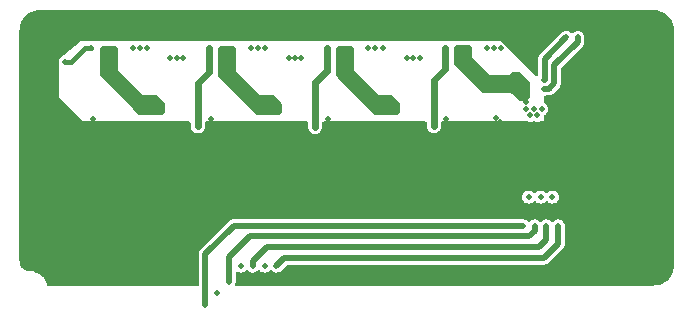
<source format=gbr>
G04 #@! TF.GenerationSoftware,KiCad,Pcbnew,(6.0.4)*
G04 #@! TF.CreationDate,2022-07-06T17:35:23+08:00*
G04 #@! TF.ProjectId,MP2145S_EVB,4d503231-3435-4535-9f45-56422e6b6963,rev?*
G04 #@! TF.SameCoordinates,PX5e56640PY77750e0*
G04 #@! TF.FileFunction,Copper,L3,Inr*
G04 #@! TF.FilePolarity,Positive*
%FSLAX46Y46*%
G04 Gerber Fmt 4.6, Leading zero omitted, Abs format (unit mm)*
G04 Created by KiCad (PCBNEW (6.0.4)) date 2022-07-06 17:35:23*
%MOMM*%
%LPD*%
G01*
G04 APERTURE LIST*
G04 #@! TA.AperFunction,ViaPad*
%ADD10C,0.500000*%
G04 #@! TD*
G04 #@! TA.AperFunction,Conductor*
%ADD11C,0.600000*%
G04 #@! TD*
G04 #@! TA.AperFunction,Conductor*
%ADD12C,0.450000*%
G04 #@! TD*
G04 #@! TA.AperFunction,Conductor*
%ADD13C,0.500000*%
G04 #@! TD*
G04 APERTURE END LIST*
D10*
G04 #@! TO.N,GND*
X11690000Y29590000D03*
X10690000Y29590000D03*
X65390000Y29490000D03*
X64390000Y29490000D03*
X57429999Y14305001D03*
X57970000Y15005000D03*
X56870000Y15005001D03*
X56880000Y14305001D03*
X57980000Y14305000D03*
X57419999Y15005001D03*
X57970000Y13605000D03*
X57419999Y13605001D03*
X56880000Y12905001D03*
X57980000Y12905000D03*
X56870000Y13605001D03*
X57429999Y12905001D03*
X58680000Y12905001D03*
X59219999Y13605001D03*
X59770000Y13605000D03*
X59780000Y12905000D03*
X58670000Y13605001D03*
X59229999Y12905001D03*
X59219999Y15005001D03*
X59780000Y14305000D03*
X59229999Y14305001D03*
X58670000Y15005001D03*
X59770000Y15005000D03*
X58680000Y14305001D03*
X57075000Y26693334D03*
X57750000Y26693334D03*
X56400000Y26703334D03*
X57065000Y25916668D03*
X56390001Y25926668D03*
X57740000Y25916668D03*
X56390000Y25150000D03*
X57065000Y25140000D03*
X57740000Y25140000D03*
X13160000Y33320000D03*
X14160000Y33320000D03*
X15160000Y33320000D03*
X16160000Y33320000D03*
X17160000Y33320000D03*
X18160000Y33320000D03*
X19160000Y33320000D03*
X20160000Y33320000D03*
X21160000Y33320000D03*
X22160000Y33320000D03*
X23160000Y33320000D03*
X24160000Y33320000D03*
X25160000Y33320000D03*
X26160000Y33320000D03*
X27160000Y33320000D03*
X28160000Y33320000D03*
X29160000Y33320000D03*
X30160000Y33320000D03*
X31160000Y33320000D03*
X32160000Y33320000D03*
X33160000Y33320000D03*
X34160000Y33320000D03*
X35160000Y33320000D03*
X36160000Y33320000D03*
X37160000Y33320000D03*
X38160000Y33320000D03*
X39160000Y33320000D03*
X40160000Y33320000D03*
X41160000Y33320000D03*
X42160000Y33320000D03*
X43160000Y33320000D03*
X44160000Y33320000D03*
X45160000Y33320000D03*
X46160000Y33320000D03*
X47160000Y33320000D03*
X48160000Y33320000D03*
X49160000Y33320000D03*
X50160000Y33320000D03*
X51160000Y33320000D03*
X52160000Y33320000D03*
X53160000Y33320000D03*
X54160000Y33320000D03*
X55160000Y33320000D03*
X56160000Y33320000D03*
X57160000Y33320000D03*
X58160000Y33320000D03*
X59160000Y33320000D03*
X60160000Y33320000D03*
X61160000Y33320000D03*
X12290000Y32130000D03*
X13160000Y32320000D03*
X14160000Y32320000D03*
X15160000Y32320000D03*
X16160000Y32320000D03*
X17160000Y32320000D03*
X18160000Y32320000D03*
X19160000Y32320000D03*
X20160000Y32320000D03*
X21160000Y32320000D03*
X22160000Y32320000D03*
X23160000Y32320000D03*
X24160000Y32320000D03*
X25160000Y32320000D03*
X26160000Y32320000D03*
X27160000Y32320000D03*
X28160000Y32320000D03*
X29160000Y32320000D03*
X30160000Y32320000D03*
X31160000Y32320000D03*
X32160000Y32320000D03*
X33160000Y32320000D03*
X34160000Y32320000D03*
X35160000Y32320000D03*
X36160000Y32320000D03*
X37160000Y32320000D03*
X38160000Y32320000D03*
X39160000Y32320000D03*
X40160000Y32320000D03*
X41160000Y32320000D03*
X42160000Y32320000D03*
X43160000Y32320000D03*
X44160000Y32320000D03*
X45160000Y32320000D03*
X46160000Y32320000D03*
X47160000Y32320000D03*
X48160000Y32320000D03*
X49160000Y32320000D03*
X50160000Y32320000D03*
X51160000Y32320000D03*
X52160000Y32320000D03*
X53160000Y32320000D03*
X54160000Y32320000D03*
X55160000Y32320000D03*
X56160000Y32320000D03*
X57160000Y32320000D03*
X58160000Y32320000D03*
X59160000Y32320000D03*
X60160000Y32320000D03*
X61160000Y32320000D03*
X62160000Y32320000D03*
X62160000Y33320000D03*
X63160000Y32320000D03*
X63160000Y33320000D03*
X63860000Y32050000D03*
X64160000Y33320000D03*
X11300000Y33020000D03*
X10670000Y31600000D03*
X11780000Y31470000D03*
X10690000Y30590000D03*
X11690000Y30590000D03*
X10690000Y28590000D03*
X11690000Y28590000D03*
X10690000Y27590000D03*
X11690000Y27590000D03*
X10690000Y26590000D03*
X11690000Y26590000D03*
X10690000Y25590000D03*
X11690000Y25590000D03*
X10690000Y24590000D03*
X11690000Y24590000D03*
X10690000Y23590000D03*
X11690000Y23590000D03*
X10690000Y22590000D03*
X11690000Y22590000D03*
X10690000Y21590000D03*
X11690000Y21590000D03*
X10690000Y20590000D03*
X11690000Y20590000D03*
X10690000Y19590000D03*
X11690000Y19590000D03*
X10690000Y18590000D03*
X11690000Y18590000D03*
X10690000Y17590000D03*
X11690000Y17590000D03*
X10690000Y16590000D03*
X11690000Y16590000D03*
X10690000Y15590000D03*
X11690000Y15590000D03*
X10690000Y14590000D03*
X11690000Y14590000D03*
X10690000Y13590000D03*
X11690000Y13590000D03*
X10690000Y12590000D03*
X11690000Y12590000D03*
X11690000Y11590000D03*
X41690000Y11590000D03*
X42690000Y11590000D03*
X43690000Y11590000D03*
X44690000Y11590000D03*
X45690000Y11590000D03*
X46690000Y11590000D03*
X47690000Y11590000D03*
X48690000Y11590000D03*
X49690000Y11590000D03*
X50690000Y11590000D03*
X51690000Y11590000D03*
X52690000Y11590000D03*
X53690000Y11590000D03*
X54690000Y11590000D03*
X55690000Y11590000D03*
X56690000Y11590000D03*
X57690000Y11590000D03*
X58690000Y11590000D03*
X59690000Y11590000D03*
X60690000Y11590000D03*
X61690000Y11590000D03*
X62690000Y11590000D03*
X63600000Y11860000D03*
X33690000Y10590000D03*
X34690000Y10590000D03*
X35690000Y10590000D03*
X36690000Y10590000D03*
X37690000Y10590000D03*
X38690000Y10590000D03*
X39690000Y10590000D03*
X40690000Y10590000D03*
X41690000Y10590000D03*
X42690000Y10590000D03*
X43690000Y10590000D03*
X44690000Y10590000D03*
X45690000Y10590000D03*
X46690000Y10590000D03*
X47690000Y10590000D03*
X48690000Y10590000D03*
X49690000Y10590000D03*
X50690000Y10590000D03*
X51690000Y10590000D03*
X52690000Y10590000D03*
X53690000Y10590000D03*
X54690000Y10590000D03*
X55690000Y10590000D03*
X56690000Y10590000D03*
X57690000Y10590000D03*
X58690000Y10590000D03*
X59690000Y10590000D03*
X60690000Y10590000D03*
X61690000Y10590000D03*
X62690000Y10590000D03*
X63690000Y10590000D03*
X64870000Y32980000D03*
X64290000Y31450000D03*
X65380000Y31520000D03*
X64390000Y30490000D03*
X65380000Y30500000D03*
X64390000Y28490000D03*
X65390000Y28490000D03*
X64390000Y27490000D03*
X65390000Y27490000D03*
X64390000Y26490000D03*
X65390000Y26490000D03*
X64390000Y25490000D03*
X65390000Y25490000D03*
X64390000Y24490000D03*
X65390000Y24490000D03*
X64390000Y23490000D03*
X65390000Y23490000D03*
X64390000Y22490000D03*
X65390000Y22490000D03*
X64390000Y21490000D03*
X65390000Y21490000D03*
X64390000Y20490000D03*
X65390000Y20490000D03*
X64390000Y19490000D03*
X65390000Y19490000D03*
X64390000Y18490000D03*
X65390000Y18490000D03*
X64390000Y17490000D03*
X65390000Y17490000D03*
X64390000Y16490000D03*
X65390000Y16490000D03*
X64390000Y15490000D03*
X65390000Y15490000D03*
X64390000Y14490000D03*
X65390000Y14490000D03*
X64390000Y13490000D03*
X65390000Y13490000D03*
X64210000Y12480000D03*
X65390000Y12550000D03*
X65320000Y11760000D03*
X64440000Y10700000D03*
X21660000Y32820000D03*
X36660000Y32820000D03*
X52660000Y32820000D03*
X53660000Y32820000D03*
X54660000Y32820000D03*
X59660000Y32820000D03*
X43660000Y32820000D03*
X44660000Y32820000D03*
X48660000Y32820000D03*
X19660000Y32820000D03*
X51660000Y32820000D03*
X28660000Y32820000D03*
X56660000Y32820000D03*
X22660000Y32820000D03*
X37660000Y32820000D03*
X27660000Y32820000D03*
X55660000Y32820000D03*
X39660000Y32820000D03*
X46660000Y32820000D03*
X50660000Y32820000D03*
X31660000Y32820000D03*
X20660000Y32820000D03*
X23660000Y32820000D03*
X34660000Y32820000D03*
X32660000Y32820000D03*
X29660000Y32820000D03*
X57660000Y32820000D03*
X61660000Y32820000D03*
X45660000Y32820000D03*
X49660000Y32820000D03*
X41660000Y32820000D03*
X18660000Y32820000D03*
X60660000Y32820000D03*
X30660000Y32820000D03*
X42660000Y32820000D03*
X24660000Y32820000D03*
X58660000Y32820000D03*
X40660000Y32820000D03*
X33660000Y32820000D03*
X25660000Y32820000D03*
X35660000Y32820000D03*
X26660000Y32820000D03*
X38660000Y32820000D03*
X47660000Y32820000D03*
X62660000Y32820000D03*
X63660000Y32820000D03*
X64370000Y32530000D03*
X12590000Y32770000D03*
X13660000Y32820000D03*
X14660000Y32820000D03*
X15660000Y32820000D03*
X16660000Y32820000D03*
X17660000Y32820000D03*
X64770000Y31920000D03*
X64890000Y31060000D03*
X64900000Y29990000D03*
X64890000Y17980000D03*
X64890000Y13980000D03*
X64100000Y11360000D03*
X64890000Y27980000D03*
X64890000Y21980000D03*
X64890000Y25980000D03*
X64890000Y20980000D03*
X64890000Y15980000D03*
X64820000Y12910000D03*
X64890000Y14980000D03*
X64890000Y24980000D03*
X64890000Y23980000D03*
X64890000Y19980000D03*
X64890000Y16980000D03*
X64890000Y22980000D03*
X64890000Y18980000D03*
X64890000Y26980000D03*
X64890000Y28980000D03*
X10850000Y32400000D03*
X11190000Y27110000D03*
X11190000Y20110000D03*
X11190000Y29110000D03*
X11190000Y19110000D03*
X11190000Y31110000D03*
X11190000Y28110000D03*
X11190000Y26110000D03*
X11190000Y24110000D03*
X11190000Y23110000D03*
X11190000Y22110000D03*
X11190000Y21110000D03*
X11190000Y25110000D03*
X11190000Y15110000D03*
X11190000Y13110000D03*
X11190000Y14110000D03*
X11190000Y17110000D03*
X11190000Y18110000D03*
X11190000Y16110000D03*
X11190000Y30110000D03*
X11190000Y12090000D03*
X47210000Y11080000D03*
X54210000Y11080000D03*
X41210000Y11080000D03*
X43210000Y11080000D03*
X62210000Y11080000D03*
X55210000Y11080000D03*
X48210000Y11080000D03*
X61210000Y11080000D03*
X49210000Y11080000D03*
X51210000Y11080000D03*
X58210000Y11080000D03*
X57210000Y11080000D03*
X56210000Y11080000D03*
X50210000Y11080000D03*
X42210000Y11080000D03*
X44210000Y11080000D03*
X45210000Y11080000D03*
X46210000Y11080000D03*
X60210000Y11080000D03*
X53210000Y11080000D03*
X59210000Y11080000D03*
X63210000Y11080000D03*
X52210000Y11080000D03*
X11800000Y32570000D03*
X11360000Y31990000D03*
X65310000Y32360000D03*
X64650000Y11940000D03*
X64980000Y11120000D03*
X57019999Y18505001D03*
X57570000Y18505000D03*
X56470000Y18505001D03*
X57029999Y17805001D03*
X56480000Y17805001D03*
X57580000Y17805000D03*
X57019999Y19895001D03*
X56480000Y19195001D03*
X56470000Y19895001D03*
X57570000Y19895000D03*
X57580000Y19195000D03*
X57029999Y19195001D03*
X55279999Y19895001D03*
X54740000Y19195001D03*
X55840000Y19195000D03*
X55830000Y19895000D03*
X54730000Y19895001D03*
X55289999Y19195001D03*
X53590000Y19195001D03*
X54139999Y19195001D03*
X53580000Y19895001D03*
X54129999Y19895001D03*
X36430000Y24410000D03*
X26480000Y24410000D03*
X46450000Y24380000D03*
X16520000Y24390000D03*
X43650000Y29550000D03*
X43120000Y29550000D03*
X20490000Y30430000D03*
X21090000Y30430000D03*
X19890000Y30430000D03*
X31110000Y30430000D03*
X29910000Y30430000D03*
X30510000Y30430000D03*
X40440000Y30430000D03*
X41040000Y30430000D03*
X39840000Y30430000D03*
X51050000Y30430000D03*
X50450000Y30430000D03*
X49850000Y30430000D03*
X44180000Y29550000D03*
X33630000Y29550000D03*
X33100000Y29550000D03*
X34160000Y29550000D03*
X23610000Y29550000D03*
X23080000Y29550000D03*
X24140000Y29550000D03*
X51440000Y23790000D03*
X17140000Y23810000D03*
X16520000Y23810000D03*
X17750000Y23810000D03*
X18380000Y23810000D03*
X26480000Y23800000D03*
X27710000Y23800000D03*
X27100000Y23800000D03*
X28340000Y23800000D03*
X36430000Y23810000D03*
X37660000Y23810000D03*
X38290000Y23810000D03*
X37050000Y23810000D03*
X46450000Y23820000D03*
X48310000Y23820000D03*
X47680000Y23820000D03*
X47070000Y23820000D03*
X50620000Y24510000D03*
X51010000Y24130000D03*
X56390001Y27480000D03*
X57075000Y29075000D03*
X57740000Y27470000D03*
X57065000Y27470000D03*
X12160000Y33320000D03*
G04 #@! TO.N,5V*
X53845000Y25250000D03*
X54500000Y25250000D03*
X53550000Y24700000D03*
X20470000Y25720000D03*
X52625000Y26800000D03*
X53175000Y25866668D03*
X53175000Y25250000D03*
X54150000Y24700000D03*
X21070000Y25720000D03*
X21670000Y25720000D03*
X22270000Y25720000D03*
X20470000Y25120000D03*
X21070000Y25120000D03*
X21670000Y25120000D03*
X22270000Y25120000D03*
X30390000Y25700000D03*
X30390000Y25100000D03*
X30990000Y25700000D03*
X31590000Y25700000D03*
X32190000Y25100000D03*
X32190000Y25700000D03*
X31590000Y25100000D03*
X30990000Y25100000D03*
X40460000Y25100000D03*
X42260000Y25700000D03*
X41060000Y25100000D03*
X41660000Y25700000D03*
X41060000Y25700000D03*
X41660000Y25100000D03*
X42260000Y25100000D03*
X40460000Y25700000D03*
X39870000Y25700000D03*
X29780000Y25700000D03*
X19850000Y25730000D03*
X20190000Y26630000D03*
X30070000Y26610000D03*
X40180000Y26650000D03*
X53175000Y27100000D03*
X52325000Y27350000D03*
X53175000Y26483334D03*
X52000000Y26800000D03*
X28260000Y30360000D03*
X27340000Y30360000D03*
X38250000Y30350000D03*
X37330000Y30350000D03*
X47320000Y30380000D03*
X48240000Y30380000D03*
X18280000Y30320000D03*
X17360000Y30320000D03*
G04 #@! TO.N,1.2V*
X14160000Y29190000D03*
X16340000Y30380000D03*
G04 #@! TO.N,1.5V*
X26350000Y30380000D03*
X25385000Y23775000D03*
G04 #@! TO.N,2.5V*
X36320000Y30380000D03*
X35335000Y23755000D03*
G04 #@! TO.N,3.3V*
X46290000Y30380000D03*
X45380000Y23780000D03*
G04 #@! TO.N,Net-(C3-Pad1)*
X56600000Y31300000D03*
X54700000Y27700000D03*
G04 #@! TO.N,Net-(R34-Pad2)*
X57560000Y31300000D03*
X54700000Y26940000D03*
G04 #@! TO.N,REG_EN2*
X52925000Y15350000D03*
X26050000Y8690000D03*
G04 #@! TO.N,REG_EN1*
X53420000Y17785000D03*
X27050000Y9630000D03*
G04 #@! TO.N,REG_CHG*
X28043332Y10610000D03*
X53920000Y15345000D03*
G04 #@! TO.N,REG_POWER*
X29044998Y11945000D03*
X54420000Y17785000D03*
G04 #@! TO.N,BAT_ISET*
X30046664Y11945000D03*
X54920000Y15345000D03*
G04 #@! TO.N,BAT_PG*
X31048330Y11945000D03*
X55420000Y17785000D03*
G04 #@! TO.N,BAT_CHG*
X55920000Y15345000D03*
X32060000Y11945000D03*
G04 #@! TD*
D11*
G04 #@! TO.N,5V*
X17830000Y30210000D02*
X17830000Y28060000D01*
X27780000Y30250000D02*
X27780000Y28100000D01*
X52400000Y27680000D02*
X53050000Y27030000D01*
X52280000Y27320000D02*
X52930000Y26670000D01*
X37850000Y28130000D02*
X40660000Y25320000D01*
X37730000Y30190000D02*
X37730000Y28010000D01*
X27880000Y28220000D02*
X30660000Y25440000D01*
X22030000Y25630000D02*
X20220000Y25630000D01*
X17770000Y28410000D02*
X20610000Y25570000D01*
X22270000Y25110000D02*
X22270000Y25630000D01*
X52090000Y26890000D02*
X52090000Y28090000D01*
X20590000Y26150000D02*
X20220000Y26520000D01*
X28260000Y30360000D02*
X27340000Y30360000D01*
X52710000Y26270000D02*
X52090000Y26890000D01*
X37330000Y30350000D02*
X37330000Y28170000D01*
X40400000Y25100000D02*
X40140000Y25360000D01*
X53170000Y27440000D02*
X53190000Y27440000D01*
X30380000Y25100000D02*
X30120000Y25360000D01*
X21730000Y26150000D02*
X21750000Y26150000D01*
X32190000Y25620000D02*
X31040000Y25620000D01*
X41670000Y26140000D02*
X41690000Y26140000D01*
X53120000Y26270000D02*
X52710000Y26270000D01*
X31650000Y26140000D02*
X30520000Y26140000D01*
X18280000Y30320000D02*
X17360000Y30320000D01*
X49880000Y27900000D02*
X51900000Y27900000D01*
X37330000Y28170000D02*
X40140000Y25360000D01*
X52080000Y26900000D02*
X52090000Y26890000D01*
X52090000Y28090000D02*
X52540000Y28090000D01*
X41690000Y26140000D02*
X42210000Y25620000D01*
X18280000Y30320000D02*
X18280000Y28460000D01*
X42210000Y25620000D02*
X41060000Y25620000D01*
X32190000Y25100000D02*
X32190000Y25620000D01*
X18280000Y28460000D02*
X20220000Y26520000D01*
X31670000Y26140000D02*
X32190000Y25620000D01*
X20200000Y25390000D02*
X20200000Y25370000D01*
X21750000Y26150000D02*
X22270000Y25630000D01*
X17360000Y28230000D02*
X20200000Y25390000D01*
X30120000Y25380000D02*
X30120000Y25360000D01*
X47320000Y30380000D02*
X47320000Y29150000D01*
X49520000Y27490000D02*
X52090000Y27490000D01*
X28260000Y28400000D02*
X30140000Y26520000D01*
X21730000Y26150000D02*
X20590000Y26150000D01*
X51900000Y27900000D02*
X52090000Y28090000D01*
X28260000Y30360000D02*
X28260000Y28400000D01*
X47750000Y30350000D02*
X47750000Y29260000D01*
X20460000Y25110000D02*
X20200000Y25370000D01*
X42210000Y25100000D02*
X40400000Y25100000D01*
X30520000Y26140000D02*
X30140000Y26520000D01*
X22270000Y25110000D02*
X20460000Y25110000D01*
X53190000Y27440000D02*
X53190000Y26340000D01*
X41670000Y26140000D02*
X40540000Y26140000D01*
X49570000Y26900000D02*
X52080000Y26900000D01*
X47320000Y29150000D02*
X49570000Y26900000D01*
X47750000Y29260000D02*
X49520000Y27490000D01*
X40540000Y26140000D02*
X40160000Y26520000D01*
X42210000Y25100000D02*
X42210000Y25620000D01*
X48240000Y29540000D02*
X49880000Y27900000D01*
X47320000Y30380000D02*
X48240000Y30380000D01*
X32190000Y25100000D02*
X30380000Y25100000D01*
X41060000Y25620000D02*
X40160000Y26520000D01*
X37330000Y30350000D02*
X38250000Y30350000D01*
X48240000Y30380000D02*
X48240000Y29540000D01*
X31650000Y26140000D02*
X31670000Y26140000D01*
X40160000Y26520000D02*
X38250000Y28430000D01*
X27340000Y30360000D02*
X27340000Y28160000D01*
X17360000Y30320000D02*
X17360000Y28230000D01*
X38250000Y28430000D02*
X38250000Y30350000D01*
X52540000Y28090000D02*
X53190000Y27440000D01*
X53190000Y26340000D02*
X53120000Y26270000D01*
X27340000Y28160000D02*
X30120000Y25380000D01*
X31040000Y25620000D02*
X30140000Y26520000D01*
D12*
G04 #@! TO.N,1.2V*
X14665000Y29190000D02*
X14160000Y29190000D01*
X16340000Y30380000D02*
X15855000Y30380000D01*
X15855000Y30380000D02*
X14665000Y29190000D01*
D11*
G04 #@! TO.N,1.5V*
X25385000Y27435000D02*
X25385000Y23775000D01*
X26350000Y28400000D02*
X25385000Y27435000D01*
X26350000Y30380000D02*
X26350000Y28400000D01*
G04 #@! TO.N,2.5V*
X36320000Y30380000D02*
X36320000Y28490000D01*
X36320000Y28490000D02*
X35335000Y27505000D01*
X35335000Y27505000D02*
X35335000Y23755000D01*
G04 #@! TO.N,3.3V*
X46290000Y28640000D02*
X45380000Y27730000D01*
X45380000Y27730000D02*
X45380000Y23780000D01*
X46290000Y30380000D02*
X46290000Y28640000D01*
D13*
G04 #@! TO.N,Net-(C3-Pad1)*
X54760000Y29460000D02*
X54760000Y27710000D01*
X56600000Y31300000D02*
X54760000Y29460000D01*
X54760000Y27710000D02*
X54750000Y27700000D01*
G04 #@! TO.N,Net-(R34-Pad2)*
X57560000Y30920000D02*
X57560000Y31300000D01*
X55110000Y26940000D02*
X55580000Y27410000D01*
X55580000Y27410000D02*
X55580000Y28940000D01*
X54740000Y26940000D02*
X55110000Y26940000D01*
X55580000Y28940000D02*
X57560000Y30920000D01*
G04 #@! TO.N,REG_EN2*
X52925000Y15350000D02*
X28425000Y15350000D01*
X28425000Y15350000D02*
X26050000Y12975000D01*
X26050000Y12975000D02*
X26050000Y8690000D01*
G04 #@! TO.N,REG_CHG*
X53920000Y15345000D02*
X53920000Y14945000D01*
X28043332Y12693332D02*
X28043332Y10610000D01*
X53920000Y14945000D02*
X53425000Y14450000D01*
X53425000Y14450000D02*
X29800000Y14450000D01*
X29800000Y14450000D02*
X28043332Y12693332D01*
G04 #@! TO.N,BAT_ISET*
X54920000Y14170000D02*
X54275000Y13525000D01*
X30046664Y12356664D02*
X30046664Y11945000D01*
X54920000Y15345000D02*
X54920000Y14170000D01*
X31215000Y13525000D02*
X30046664Y12356664D01*
X54275000Y13525000D02*
X31215000Y13525000D01*
G04 #@! TO.N,BAT_CHG*
X54700000Y12625000D02*
X32725000Y12625000D01*
X55920000Y15345000D02*
X55920000Y13845000D01*
X32725000Y12625000D02*
X32050000Y11950000D01*
X55920000Y13845000D02*
X54700000Y12625000D01*
G04 #@! TD*
G04 #@! TA.AperFunction,Conductor*
G04 #@! TO.N,GND*
G36*
X63984563Y33638210D02*
G01*
X63989145Y33637402D01*
X64000000Y33635488D01*
X64010855Y33637402D01*
X64021878Y33637402D01*
X64021878Y33637037D01*
X64034237Y33637675D01*
X64232962Y33623462D01*
X64250756Y33620904D01*
X64470179Y33573172D01*
X64487418Y33568110D01*
X64697823Y33489633D01*
X64714167Y33482168D01*
X64911251Y33374552D01*
X64926370Y33364835D01*
X65106133Y33230266D01*
X65119719Y33218493D01*
X65278493Y33059719D01*
X65290266Y33046133D01*
X65424835Y32866370D01*
X65434554Y32851247D01*
X65542166Y32654171D01*
X65549633Y32637823D01*
X65604134Y32491702D01*
X65628108Y32427424D01*
X65633173Y32410174D01*
X65680904Y32190756D01*
X65683462Y32172962D01*
X65697675Y31974237D01*
X65697038Y31961881D01*
X65697402Y31961881D01*
X65697402Y31950857D01*
X65695488Y31940000D01*
X65698210Y31924566D01*
X65700124Y31902690D01*
X65699849Y23149318D01*
X65699501Y12037321D01*
X65697587Y12015447D01*
X65696778Y12010859D01*
X65696778Y12010854D01*
X65694864Y12000000D01*
X65696778Y11989145D01*
X65696778Y11978122D01*
X65696413Y11978122D01*
X65697051Y11965764D01*
X65683489Y11776130D01*
X65682838Y11767034D01*
X65680280Y11749248D01*
X65633664Y11534955D01*
X65632550Y11529835D01*
X65627486Y11512586D01*
X65616304Y11482607D01*
X65581993Y11390614D01*
X65549011Y11302187D01*
X65541544Y11285839D01*
X65529278Y11263375D01*
X65433930Y11088759D01*
X65424213Y11073640D01*
X65290883Y10895532D01*
X65289646Y10893880D01*
X65277873Y10880293D01*
X65119092Y10721515D01*
X65105505Y10709742D01*
X64925748Y10575179D01*
X64910625Y10565460D01*
X64713541Y10457846D01*
X64697188Y10450378D01*
X64486799Y10371909D01*
X64469557Y10366847D01*
X64295569Y10329000D01*
X64250135Y10319117D01*
X64232341Y10316559D01*
X64199608Y10314218D01*
X64033520Y10302342D01*
X64021259Y10302974D01*
X64021259Y10302598D01*
X64010235Y10302598D01*
X63999380Y10304512D01*
X63983943Y10301790D01*
X63962071Y10299877D01*
X47283607Y10300210D01*
X32752372Y10300500D01*
X32740818Y10301065D01*
X32729832Y10304246D01*
X32695017Y10301231D01*
X32692014Y10300971D01*
X32681143Y10300501D01*
X32672058Y10300501D01*
X32665477Y10299275D01*
X32653284Y10297616D01*
X32647420Y10297108D01*
X32629894Y10295591D01*
X32629892Y10295591D01*
X32618304Y10294587D01*
X32607855Y10289479D01*
X32604565Y10288567D01*
X32601386Y10287340D01*
X32589953Y10285211D01*
X32560040Y10266773D01*
X32549287Y10260850D01*
X32532816Y10252799D01*
X32477486Y10240000D01*
X28676951Y10240000D01*
X28608830Y10260002D01*
X28562337Y10313658D01*
X28552233Y10383932D01*
X28555951Y10401140D01*
X28561712Y10420970D01*
X28566296Y10434022D01*
X28576502Y10458661D01*
X28576503Y10458664D01*
X28579662Y10466291D01*
X28582376Y10486902D01*
X28586300Y10505602D01*
X28593047Y10528825D01*
X28593832Y10539515D01*
X28593832Y10565662D01*
X28594910Y10582109D01*
X28597504Y10601812D01*
X28597504Y10601814D01*
X28598582Y10610000D01*
X28594910Y10637891D01*
X28593832Y10654338D01*
X28593832Y11347450D01*
X28613834Y11415571D01*
X28667490Y11462064D01*
X28737764Y11472168D01*
X28768047Y11463860D01*
X28901289Y11408670D01*
X29044998Y11389750D01*
X29188707Y11408670D01*
X29322623Y11464139D01*
X29437619Y11552379D01*
X29445871Y11563133D01*
X29503210Y11604998D01*
X29574081Y11609218D01*
X29635983Y11574452D01*
X29645795Y11563128D01*
X29649017Y11558929D01*
X29654043Y11552379D01*
X29658536Y11548931D01*
X29659304Y11548079D01*
X29660871Y11546608D01*
X29666278Y11539930D01*
X29717632Y11503435D01*
X29718410Y11502882D01*
X29722106Y11500152D01*
X29769039Y11464139D01*
X29776275Y11461141D01*
X29780464Y11458452D01*
X29782219Y11457535D01*
X29789222Y11452558D01*
X29797305Y11449648D01*
X29797307Y11449647D01*
X29845874Y11432162D01*
X29851411Y11430020D01*
X29865626Y11424132D01*
X29902955Y11408670D01*
X29911146Y11407591D01*
X29917682Y11405840D01*
X29920877Y11404838D01*
X29923053Y11404376D01*
X29931132Y11401467D01*
X29961010Y11399273D01*
X29987529Y11397325D01*
X29994746Y11396585D01*
X30028677Y11392118D01*
X30046664Y11389750D01*
X30054852Y11390828D01*
X30063112Y11390828D01*
X30063112Y11390529D01*
X30066083Y11390614D01*
X30072992Y11391049D01*
X30081555Y11390420D01*
X30093117Y11392751D01*
X30133409Y11400875D01*
X30141865Y11402283D01*
X30182188Y11407592D01*
X30182190Y11407593D01*
X30190373Y11408670D01*
X30197999Y11411829D01*
X30202686Y11413085D01*
X30219746Y11418285D01*
X30229407Y11420233D01*
X30273309Y11442602D01*
X30282294Y11446744D01*
X30316655Y11460977D01*
X30324289Y11464139D01*
X30332321Y11470302D01*
X30351818Y11482604D01*
X30363796Y11488707D01*
X30370119Y11494521D01*
X30370123Y11494524D01*
X30397423Y11519627D01*
X30406003Y11526839D01*
X30432729Y11547347D01*
X30432735Y11547353D01*
X30439285Y11552379D01*
X30447538Y11563134D01*
X30504872Y11604998D01*
X30575743Y11609220D01*
X30637646Y11574456D01*
X30647454Y11563137D01*
X30655709Y11552379D01*
X30770705Y11464139D01*
X30904621Y11408670D01*
X31048330Y11389750D01*
X31192039Y11408670D01*
X31325955Y11464139D01*
X31440951Y11552379D01*
X31452624Y11567592D01*
X31509961Y11609458D01*
X31580832Y11613679D01*
X31642735Y11578914D01*
X31647959Y11573225D01*
X31682524Y11533181D01*
X31706515Y11517242D01*
X31752554Y11486654D01*
X31759516Y11481679D01*
X31782375Y11464139D01*
X31790007Y11460978D01*
X31795693Y11457695D01*
X31800538Y11454691D01*
X31800999Y11454468D01*
X31808153Y11449715D01*
X31845418Y11437606D01*
X31854693Y11434184D01*
X31888375Y11420233D01*
X31916291Y11408670D01*
X31924476Y11407592D01*
X31924477Y11407592D01*
X31946860Y11404645D01*
X31946738Y11403721D01*
X31949246Y11403870D01*
X31951598Y11403106D01*
X31960174Y11402746D01*
X31962082Y11402403D01*
X31967360Y11401946D01*
X32051812Y11390828D01*
X32060000Y11389750D01*
X32203709Y11408670D01*
X32337625Y11464139D01*
X32452621Y11552379D01*
X32496420Y11609458D01*
X32519214Y11639164D01*
X32530080Y11651555D01*
X32916119Y12037595D01*
X32978432Y12071620D01*
X33005215Y12074500D01*
X54685007Y12074500D01*
X54690284Y12074389D01*
X54752294Y12071790D01*
X54763848Y12074500D01*
X54794662Y12081727D01*
X54806333Y12083890D01*
X54821229Y12085931D01*
X54849432Y12089794D01*
X54863230Y12095765D01*
X54884499Y12102799D01*
X54890775Y12104271D01*
X54899136Y12106232D01*
X54906661Y12110369D01*
X54906664Y12110370D01*
X54937268Y12127195D01*
X54947913Y12132411D01*
X54987855Y12149695D01*
X54999541Y12159158D01*
X55018126Y12171646D01*
X55025518Y12175710D01*
X55031308Y12178893D01*
X55039422Y12185897D01*
X55063958Y12210433D01*
X55073759Y12219258D01*
X55098392Y12239206D01*
X55098393Y12239207D01*
X55105070Y12244614D01*
X55110043Y12251612D01*
X55110048Y12251617D01*
X55115968Y12259948D01*
X55129579Y12276054D01*
X56298655Y13445130D01*
X56302464Y13448783D01*
X56341833Y13484985D01*
X56348156Y13490799D01*
X56371087Y13527783D01*
X56377810Y13537565D01*
X56398918Y13565374D01*
X56404112Y13572217D01*
X56409646Y13586196D01*
X56419707Y13606199D01*
X56427635Y13618986D01*
X56439775Y13660772D01*
X56443621Y13672005D01*
X56456474Y13704467D01*
X56459636Y13712453D01*
X56460534Y13720995D01*
X56460535Y13721000D01*
X56461209Y13727409D01*
X56465520Y13749385D01*
X56467874Y13757488D01*
X56467874Y13757489D01*
X56469715Y13763825D01*
X56470500Y13774515D01*
X56470500Y13809210D01*
X56471190Y13822381D01*
X56474504Y13853911D01*
X56475402Y13862455D01*
X56472265Y13881002D01*
X56470500Y13902015D01*
X56470500Y15300662D01*
X56471578Y15317109D01*
X56474172Y15336812D01*
X56475250Y15345000D01*
X56470649Y15379945D01*
X56470500Y15381443D01*
X56470500Y15382785D01*
X56470009Y15386366D01*
X56470008Y15386380D01*
X56464770Y15424611D01*
X56464682Y15425267D01*
X56456986Y15483725D01*
X56456330Y15488709D01*
X56455822Y15489936D01*
X56455206Y15494432D01*
X56426475Y15560826D01*
X56425730Y15562586D01*
X56404019Y15615001D01*
X56400861Y15622625D01*
X56398272Y15626000D01*
X56395305Y15632855D01*
X56352578Y15685619D01*
X56350549Y15688193D01*
X56317646Y15731073D01*
X56317644Y15731075D01*
X56312621Y15737621D01*
X56308128Y15741069D01*
X56307360Y15741921D01*
X56305793Y15743392D01*
X56300386Y15750070D01*
X56248245Y15787124D01*
X56244558Y15789848D01*
X56197625Y15825861D01*
X56190389Y15828859D01*
X56186200Y15831548D01*
X56184445Y15832465D01*
X56177442Y15837442D01*
X56169359Y15840352D01*
X56169357Y15840353D01*
X56120790Y15857838D01*
X56115253Y15859980D01*
X56081079Y15874135D01*
X56063709Y15881330D01*
X56055518Y15882409D01*
X56048982Y15884160D01*
X56045787Y15885162D01*
X56043611Y15885624D01*
X56035532Y15888533D01*
X56000443Y15891110D01*
X55979135Y15892675D01*
X55971918Y15893415D01*
X55928188Y15899172D01*
X55920000Y15900250D01*
X55911812Y15899172D01*
X55903552Y15899172D01*
X55903552Y15899471D01*
X55900581Y15899386D01*
X55893672Y15898951D01*
X55885109Y15899580D01*
X55876688Y15897882D01*
X55833255Y15889125D01*
X55824799Y15887717D01*
X55784476Y15882408D01*
X55784474Y15882407D01*
X55776291Y15881330D01*
X55768665Y15878171D01*
X55763978Y15876915D01*
X55746918Y15871715D01*
X55737257Y15869767D01*
X55704560Y15853107D01*
X55693355Y15847398D01*
X55684370Y15843256D01*
X55677362Y15840353D01*
X55642375Y15825861D01*
X55635820Y15820831D01*
X55634343Y15819698D01*
X55614846Y15807396D01*
X55602868Y15801293D01*
X55596545Y15795479D01*
X55596541Y15795476D01*
X55569241Y15770373D01*
X55560661Y15763161D01*
X55533935Y15742653D01*
X55533929Y15742647D01*
X55527379Y15737621D01*
X55522350Y15731067D01*
X55519957Y15727949D01*
X55517271Y15725988D01*
X55516515Y15725232D01*
X55516397Y15725350D01*
X55462617Y15686086D01*
X55391745Y15681869D01*
X55329845Y15716637D01*
X55320038Y15727956D01*
X55317649Y15731070D01*
X55317644Y15731075D01*
X55312621Y15737621D01*
X55308128Y15741069D01*
X55307360Y15741921D01*
X55305793Y15743392D01*
X55300386Y15750070D01*
X55248245Y15787124D01*
X55244558Y15789848D01*
X55197625Y15825861D01*
X55190389Y15828859D01*
X55186200Y15831548D01*
X55184445Y15832465D01*
X55177442Y15837442D01*
X55169359Y15840352D01*
X55169357Y15840353D01*
X55120790Y15857838D01*
X55115253Y15859980D01*
X55081079Y15874135D01*
X55063709Y15881330D01*
X55055518Y15882409D01*
X55048982Y15884160D01*
X55045787Y15885162D01*
X55043611Y15885624D01*
X55035532Y15888533D01*
X55000443Y15891110D01*
X54979135Y15892675D01*
X54971918Y15893415D01*
X54928188Y15899172D01*
X54920000Y15900250D01*
X54911812Y15899172D01*
X54903552Y15899172D01*
X54903552Y15899471D01*
X54900581Y15899386D01*
X54893672Y15898951D01*
X54885109Y15899580D01*
X54876688Y15897882D01*
X54833255Y15889125D01*
X54824799Y15887717D01*
X54784476Y15882408D01*
X54784474Y15882407D01*
X54776291Y15881330D01*
X54768665Y15878171D01*
X54763978Y15876915D01*
X54746918Y15871715D01*
X54737257Y15869767D01*
X54704560Y15853107D01*
X54693355Y15847398D01*
X54684370Y15843256D01*
X54677362Y15840353D01*
X54642375Y15825861D01*
X54635820Y15820831D01*
X54634343Y15819698D01*
X54614846Y15807396D01*
X54602868Y15801293D01*
X54596545Y15795479D01*
X54596541Y15795476D01*
X54569241Y15770373D01*
X54560661Y15763161D01*
X54533935Y15742653D01*
X54533929Y15742647D01*
X54527379Y15737621D01*
X54522350Y15731067D01*
X54519957Y15727949D01*
X54517271Y15725988D01*
X54516515Y15725232D01*
X54516397Y15725350D01*
X54462617Y15686086D01*
X54391745Y15681869D01*
X54329845Y15716637D01*
X54320038Y15727956D01*
X54317649Y15731070D01*
X54317644Y15731075D01*
X54312621Y15737621D01*
X54308128Y15741069D01*
X54307360Y15741921D01*
X54305793Y15743392D01*
X54300386Y15750070D01*
X54248245Y15787124D01*
X54244558Y15789848D01*
X54197625Y15825861D01*
X54190389Y15828859D01*
X54186200Y15831548D01*
X54184445Y15832465D01*
X54177442Y15837442D01*
X54169359Y15840352D01*
X54169357Y15840353D01*
X54120790Y15857838D01*
X54115253Y15859980D01*
X54081079Y15874135D01*
X54063709Y15881330D01*
X54055518Y15882409D01*
X54048982Y15884160D01*
X54045787Y15885162D01*
X54043611Y15885624D01*
X54035532Y15888533D01*
X54000443Y15891110D01*
X53979135Y15892675D01*
X53971918Y15893415D01*
X53928188Y15899172D01*
X53920000Y15900250D01*
X53911812Y15899172D01*
X53903552Y15899172D01*
X53903552Y15899471D01*
X53900581Y15899386D01*
X53893672Y15898951D01*
X53885109Y15899580D01*
X53876688Y15897882D01*
X53833255Y15889125D01*
X53824799Y15887717D01*
X53784476Y15882408D01*
X53784474Y15882407D01*
X53776291Y15881330D01*
X53768665Y15878171D01*
X53763978Y15876915D01*
X53746918Y15871715D01*
X53737257Y15869767D01*
X53704560Y15853107D01*
X53693355Y15847398D01*
X53684370Y15843256D01*
X53677362Y15840353D01*
X53642375Y15825861D01*
X53635820Y15820831D01*
X53634343Y15819698D01*
X53614846Y15807396D01*
X53602868Y15801293D01*
X53596545Y15795479D01*
X53596541Y15795476D01*
X53569241Y15770373D01*
X53560661Y15763161D01*
X53533935Y15742653D01*
X53533929Y15742647D01*
X53527379Y15737621D01*
X53522350Y15731068D01*
X53516515Y15725232D01*
X53514933Y15726814D01*
X53467038Y15691845D01*
X53396167Y15687626D01*
X53334266Y15722393D01*
X53324460Y15733709D01*
X53322650Y15736068D01*
X53322647Y15736071D01*
X53317621Y15742621D01*
X53306761Y15750955D01*
X53290731Y15765617D01*
X53279201Y15778156D01*
X53264195Y15787460D01*
X53243435Y15800332D01*
X53233125Y15807457D01*
X53209175Y15825835D01*
X53202625Y15830861D01*
X53186707Y15837454D01*
X53168524Y15846778D01*
X53166866Y15847806D01*
X53151014Y15857635D01*
X53114046Y15868375D01*
X53100978Y15872964D01*
X53076339Y15883170D01*
X53076336Y15883171D01*
X53068709Y15886330D01*
X53060528Y15887407D01*
X53060525Y15887408D01*
X53048098Y15889044D01*
X53029404Y15892967D01*
X53006175Y15899715D01*
X52998692Y15900264D01*
X52997792Y15900331D01*
X52997781Y15900331D01*
X52995485Y15900500D01*
X52969338Y15900500D01*
X52952891Y15901578D01*
X52933188Y15904172D01*
X52925000Y15905250D01*
X52916812Y15904172D01*
X52897109Y15901578D01*
X52880662Y15900500D01*
X28439993Y15900500D01*
X28434717Y15900611D01*
X28430310Y15900796D01*
X28372706Y15903210D01*
X28364341Y15901248D01*
X28330338Y15893273D01*
X28318667Y15891110D01*
X28304447Y15889162D01*
X28275568Y15885206D01*
X28267684Y15881794D01*
X28267683Y15881794D01*
X28261770Y15879235D01*
X28240501Y15872201D01*
X28234228Y15870730D01*
X28234226Y15870729D01*
X28225864Y15868768D01*
X28218336Y15864629D01*
X28218335Y15864629D01*
X28187735Y15847806D01*
X28177073Y15842583D01*
X28145027Y15828716D01*
X28145026Y15828715D01*
X28137145Y15825305D01*
X28130472Y15819901D01*
X28125459Y15815842D01*
X28106871Y15803351D01*
X28093692Y15796106D01*
X28085578Y15789103D01*
X28061042Y15764567D01*
X28051241Y15755742D01*
X28026608Y15735794D01*
X28019930Y15730386D01*
X28014957Y15723388D01*
X28014952Y15723383D01*
X28009032Y15715052D01*
X27995421Y15698946D01*
X25671358Y13374882D01*
X25667549Y13371229D01*
X25621844Y13329201D01*
X25598901Y13292198D01*
X25592200Y13282448D01*
X25565888Y13247783D01*
X25560354Y13233805D01*
X25550293Y13213801D01*
X25542365Y13201014D01*
X25539968Y13192763D01*
X25539967Y13192761D01*
X25530225Y13159228D01*
X25526380Y13147998D01*
X25510364Y13107547D01*
X25509466Y13099006D01*
X25509466Y13099005D01*
X25508792Y13092592D01*
X25504480Y13070617D01*
X25500285Y13056175D01*
X25499500Y13045485D01*
X25499500Y13010783D01*
X25498810Y12997613D01*
X25494599Y12957546D01*
X25496031Y12949081D01*
X25496031Y12949072D01*
X25497735Y12939000D01*
X25499500Y12917987D01*
X25499500Y10366000D01*
X25479498Y10297879D01*
X25425842Y10251386D01*
X25373500Y10240000D01*
X24955929Y10240000D01*
X24915017Y10246827D01*
X24897621Y10252799D01*
X24858032Y10266390D01*
X24852898Y10267247D01*
X24852893Y10267248D01*
X24658756Y10299643D01*
X24658754Y10299643D01*
X24653619Y10300500D01*
X24446381Y10300500D01*
X24441246Y10299643D01*
X24441244Y10299643D01*
X24247107Y10267248D01*
X24247102Y10267247D01*
X24241968Y10266390D01*
X24202379Y10252799D01*
X24184983Y10246827D01*
X24144071Y10240000D01*
X12784904Y10240000D01*
X12716783Y10260002D01*
X12670290Y10313658D01*
X12661783Y10339217D01*
X12644297Y10419603D01*
X12644295Y10419610D01*
X12643340Y10424000D01*
X12632640Y10452690D01*
X12569875Y10620972D01*
X12569874Y10620974D01*
X12568302Y10625189D01*
X12465396Y10813652D01*
X12415511Y10880293D01*
X12339415Y10981947D01*
X12339414Y10981948D01*
X12336717Y10985551D01*
X12333540Y10988728D01*
X12333534Y10988735D01*
X12188063Y11134210D01*
X12184884Y11137389D01*
X12181290Y11140079D01*
X12181286Y11140083D01*
X12016593Y11263375D01*
X12016586Y11263380D01*
X12012988Y11266073D01*
X11824528Y11368984D01*
X11736755Y11401724D01*
X11627559Y11442455D01*
X11627555Y11442456D01*
X11623341Y11444028D01*
X11413522Y11489677D01*
X11206985Y11504454D01*
X11199343Y11505802D01*
X11199334Y11505800D01*
X11199325Y11505802D01*
X11187088Y11503644D01*
X11175236Y11503905D01*
X11165676Y11504479D01*
X11036061Y11517242D01*
X11011834Y11522061D01*
X10866721Y11566078D01*
X10843905Y11575528D01*
X10710161Y11647013D01*
X10689623Y11660736D01*
X10685646Y11664000D01*
X10572396Y11756942D01*
X10554943Y11774395D01*
X10458732Y11891629D01*
X10445013Y11912162D01*
X10378115Y12037321D01*
X10373530Y12045899D01*
X10364078Y12068718D01*
X10353741Y12102799D01*
X10320061Y12213833D01*
X10315242Y12238058D01*
X10314597Y12244614D01*
X10302495Y12367518D01*
X10301889Y12379868D01*
X10301889Y12390466D01*
X10303804Y12401324D01*
X10301082Y12416763D01*
X10299169Y12438637D01*
X10299171Y12478169D01*
X10299363Y17785000D01*
X52864750Y17785000D01*
X52883670Y17641291D01*
X52939139Y17507375D01*
X53027379Y17392379D01*
X53142375Y17304139D01*
X53276291Y17248670D01*
X53420000Y17229750D01*
X53563709Y17248670D01*
X53697625Y17304139D01*
X53812621Y17392379D01*
X53820038Y17402045D01*
X53822725Y17404007D01*
X53823488Y17404770D01*
X53823607Y17404651D01*
X53877376Y17443912D01*
X53948247Y17448134D01*
X54010149Y17413370D01*
X54019962Y17402045D01*
X54027379Y17392379D01*
X54142375Y17304139D01*
X54276291Y17248670D01*
X54420000Y17229750D01*
X54563709Y17248670D01*
X54697625Y17304139D01*
X54812621Y17392379D01*
X54820038Y17402045D01*
X54822725Y17404007D01*
X54823488Y17404770D01*
X54823607Y17404651D01*
X54877376Y17443912D01*
X54948247Y17448134D01*
X55010149Y17413370D01*
X55019962Y17402045D01*
X55027379Y17392379D01*
X55142375Y17304139D01*
X55276291Y17248670D01*
X55420000Y17229750D01*
X55563709Y17248670D01*
X55697625Y17304139D01*
X55812621Y17392379D01*
X55900861Y17507375D01*
X55956330Y17641291D01*
X55975250Y17785000D01*
X55956330Y17928709D01*
X55900861Y18062625D01*
X55812621Y18177621D01*
X55697625Y18265861D01*
X55563709Y18321330D01*
X55420000Y18340250D01*
X55276291Y18321330D01*
X55142375Y18265861D01*
X55027379Y18177621D01*
X55022353Y18171071D01*
X55019962Y18167955D01*
X55017275Y18165993D01*
X55016512Y18165230D01*
X55016393Y18165349D01*
X54962624Y18126088D01*
X54891753Y18121866D01*
X54829851Y18156630D01*
X54820038Y18167955D01*
X54817647Y18171071D01*
X54812621Y18177621D01*
X54697625Y18265861D01*
X54563709Y18321330D01*
X54420000Y18340250D01*
X54276291Y18321330D01*
X54142375Y18265861D01*
X54027379Y18177621D01*
X54022353Y18171071D01*
X54019962Y18167955D01*
X54017275Y18165993D01*
X54016512Y18165230D01*
X54016393Y18165349D01*
X53962624Y18126088D01*
X53891753Y18121866D01*
X53829851Y18156630D01*
X53820038Y18167955D01*
X53817647Y18171071D01*
X53812621Y18177621D01*
X53697625Y18265861D01*
X53563709Y18321330D01*
X53420000Y18340250D01*
X53276291Y18321330D01*
X53142375Y18265861D01*
X53027379Y18177621D01*
X52939139Y18062625D01*
X52883670Y17928709D01*
X52864750Y17785000D01*
X10299363Y17785000D01*
X10299557Y23149318D01*
X10299776Y29190000D01*
X13604750Y29190000D01*
X13623670Y29046291D01*
X13626831Y29038660D01*
X13640409Y29005879D01*
X13650000Y28957661D01*
X13650000Y26220000D01*
X15680000Y24190000D01*
X24658500Y24190000D01*
X24726621Y24169998D01*
X24773114Y24116342D01*
X24784500Y24064000D01*
X24784500Y23735639D01*
X24799956Y23618238D01*
X24860464Y23472159D01*
X24956718Y23346718D01*
X25082159Y23250464D01*
X25228238Y23189956D01*
X25385000Y23169318D01*
X25393188Y23170396D01*
X25533574Y23188878D01*
X25541762Y23189956D01*
X25687841Y23250464D01*
X25813282Y23346718D01*
X25909536Y23472159D01*
X25970044Y23618238D01*
X25985500Y23735639D01*
X25985500Y24064000D01*
X26005502Y24132121D01*
X26059158Y24178614D01*
X26111500Y24190000D01*
X34608500Y24190000D01*
X34676621Y24169998D01*
X34723114Y24116342D01*
X34734500Y24064000D01*
X34734500Y23715639D01*
X34749956Y23598238D01*
X34810464Y23452159D01*
X34815491Y23445608D01*
X34891372Y23346718D01*
X34906718Y23326718D01*
X35032159Y23230464D01*
X35178238Y23169956D01*
X35335000Y23149318D01*
X35343188Y23150396D01*
X35483574Y23168878D01*
X35491762Y23169956D01*
X35637841Y23230464D01*
X35763282Y23326718D01*
X35778629Y23346718D01*
X35854509Y23445608D01*
X35859536Y23452159D01*
X35920044Y23598238D01*
X35935500Y23715639D01*
X35935500Y24064000D01*
X35955502Y24132121D01*
X36009158Y24178614D01*
X36061500Y24190000D01*
X44653500Y24190000D01*
X44721621Y24169998D01*
X44768114Y24116342D01*
X44779500Y24064000D01*
X44779500Y23740639D01*
X44794956Y23623238D01*
X44855464Y23477159D01*
X44951718Y23351718D01*
X45077159Y23255464D01*
X45223238Y23194956D01*
X45380000Y23174318D01*
X45388188Y23175396D01*
X45528574Y23193878D01*
X45536762Y23194956D01*
X45682841Y23255464D01*
X45808282Y23351718D01*
X45904536Y23477159D01*
X45965044Y23623238D01*
X45980500Y23740639D01*
X45980500Y24064000D01*
X46000502Y24132121D01*
X46054158Y24178614D01*
X46106500Y24190000D01*
X53317661Y24190000D01*
X53365879Y24180409D01*
X53406291Y24163670D01*
X53550000Y24144750D01*
X53693709Y24163670D01*
X53734121Y24180409D01*
X53782339Y24190000D01*
X53917661Y24190000D01*
X53965879Y24180409D01*
X54006291Y24163670D01*
X54150000Y24144750D01*
X54293709Y24163670D01*
X54334121Y24180409D01*
X54382339Y24190000D01*
X54710000Y24190000D01*
X54711506Y24659869D01*
X54731726Y24727924D01*
X54773133Y24767279D01*
X54777625Y24769139D01*
X54892621Y24857379D01*
X54980861Y24972375D01*
X55036330Y25106291D01*
X55055250Y25250000D01*
X55036330Y25393709D01*
X54980861Y25527625D01*
X54892621Y25642621D01*
X54883161Y25649880D01*
X54784181Y25725831D01*
X54784178Y25725833D01*
X54777625Y25730861D01*
X54776150Y25731472D01*
X54729289Y25780621D01*
X54715285Y25838759D01*
X54715790Y25996442D01*
X54716647Y26263906D01*
X54736867Y26331960D01*
X54790671Y26378281D01*
X54842646Y26389500D01*
X55095007Y26389500D01*
X55100284Y26389389D01*
X55162294Y26386790D01*
X55173848Y26389500D01*
X55204662Y26396727D01*
X55216333Y26398890D01*
X55231229Y26400931D01*
X55259432Y26404794D01*
X55273230Y26410765D01*
X55294499Y26417799D01*
X55300775Y26419271D01*
X55309136Y26421232D01*
X55316661Y26425369D01*
X55316664Y26425370D01*
X55347268Y26442195D01*
X55357913Y26447411D01*
X55397855Y26464695D01*
X55409541Y26474158D01*
X55428126Y26486646D01*
X55435518Y26490710D01*
X55441308Y26493893D01*
X55449422Y26500897D01*
X55473958Y26525433D01*
X55483759Y26534258D01*
X55508392Y26554206D01*
X55508393Y26554207D01*
X55515070Y26559614D01*
X55520043Y26566612D01*
X55520048Y26566617D01*
X55525968Y26574948D01*
X55539579Y26591054D01*
X55958655Y27010130D01*
X55962464Y27013783D01*
X56001833Y27049985D01*
X56008156Y27055799D01*
X56031095Y27092797D01*
X56037797Y27102548D01*
X56064112Y27137216D01*
X56069646Y27151193D01*
X56079709Y27171202D01*
X56083111Y27176688D01*
X56083113Y27176692D01*
X56087635Y27183986D01*
X56090029Y27192228D01*
X56090031Y27192231D01*
X56099779Y27225784D01*
X56103618Y27236997D01*
X56119635Y27277453D01*
X56121206Y27292402D01*
X56125519Y27314385D01*
X56127873Y27322486D01*
X56129715Y27328825D01*
X56130500Y27339515D01*
X56130500Y27374219D01*
X56131190Y27387390D01*
X56134503Y27418912D01*
X56135401Y27427454D01*
X56133969Y27435919D01*
X56133969Y27435928D01*
X56132265Y27446000D01*
X56130500Y27467013D01*
X56130500Y28659785D01*
X56150502Y28727906D01*
X56167405Y28748880D01*
X57938642Y30520118D01*
X57942451Y30523771D01*
X57981833Y30559985D01*
X57988156Y30565799D01*
X58011099Y30602802D01*
X58017800Y30612552D01*
X58044112Y30647217D01*
X58049646Y30661196D01*
X58059707Y30681199D01*
X58067635Y30693986D01*
X58079775Y30735772D01*
X58083621Y30747005D01*
X58096473Y30779465D01*
X58099636Y30787453D01*
X58101208Y30802408D01*
X58105520Y30824383D01*
X58109715Y30838825D01*
X58110500Y30849515D01*
X58110500Y30884217D01*
X58111190Y30897387D01*
X58114503Y30928912D01*
X58115401Y30937454D01*
X58113969Y30945919D01*
X58113969Y30945928D01*
X58112265Y30956000D01*
X58110500Y30977013D01*
X58110500Y31255662D01*
X58111578Y31272109D01*
X58114172Y31291812D01*
X58115250Y31300000D01*
X58110649Y31334945D01*
X58110500Y31336443D01*
X58110500Y31337785D01*
X58110009Y31341366D01*
X58110008Y31341380D01*
X58104770Y31379611D01*
X58104682Y31380267D01*
X58096986Y31438725D01*
X58096330Y31443709D01*
X58095822Y31444936D01*
X58095206Y31449432D01*
X58066475Y31515826D01*
X58065730Y31517586D01*
X58044019Y31570001D01*
X58040861Y31577625D01*
X58038272Y31581000D01*
X58035305Y31587855D01*
X57992578Y31640619D01*
X57990549Y31643193D01*
X57957646Y31686073D01*
X57957644Y31686075D01*
X57952621Y31692621D01*
X57948128Y31696069D01*
X57947360Y31696921D01*
X57945793Y31698392D01*
X57940386Y31705070D01*
X57888245Y31742124D01*
X57884558Y31744848D01*
X57837625Y31780861D01*
X57830389Y31783859D01*
X57826200Y31786548D01*
X57824445Y31787465D01*
X57817442Y31792442D01*
X57809359Y31795352D01*
X57809357Y31795353D01*
X57760790Y31812838D01*
X57755253Y31814980D01*
X57719633Y31829734D01*
X57703709Y31836330D01*
X57695518Y31837409D01*
X57688982Y31839160D01*
X57685787Y31840162D01*
X57683611Y31840624D01*
X57675532Y31843533D01*
X57645654Y31845727D01*
X57619135Y31847675D01*
X57611918Y31848415D01*
X57568188Y31854172D01*
X57560000Y31855250D01*
X57551812Y31854172D01*
X57543552Y31854172D01*
X57543552Y31854471D01*
X57540581Y31854386D01*
X57533672Y31853951D01*
X57525109Y31854580D01*
X57516688Y31852882D01*
X57473255Y31844125D01*
X57464799Y31842717D01*
X57424476Y31837408D01*
X57424474Y31837407D01*
X57416291Y31836330D01*
X57408665Y31833171D01*
X57403978Y31831915D01*
X57386918Y31826715D01*
X57377257Y31824767D01*
X57334419Y31802940D01*
X57333355Y31802398D01*
X57324370Y31798256D01*
X57296105Y31786548D01*
X57282375Y31780861D01*
X57275820Y31775831D01*
X57274343Y31774698D01*
X57254846Y31762396D01*
X57242868Y31756293D01*
X57236545Y31750479D01*
X57236541Y31750476D01*
X57209241Y31725373D01*
X57200661Y31718161D01*
X57173930Y31697649D01*
X57173925Y31697644D01*
X57167379Y31692621D01*
X57166396Y31691340D01*
X57106783Y31658788D01*
X57035968Y31663853D01*
X56993998Y31690826D01*
X56992621Y31692621D01*
X56986075Y31697644D01*
X56980231Y31703488D01*
X56980443Y31703700D01*
X56978330Y31705695D01*
X56973092Y31710312D01*
X56967476Y31716819D01*
X56923414Y31746093D01*
X56916441Y31751077D01*
X56884179Y31775832D01*
X56884178Y31775833D01*
X56877625Y31780861D01*
X56869995Y31784021D01*
X56865804Y31786441D01*
X56850053Y31794834D01*
X56849006Y31795530D01*
X56849002Y31795532D01*
X56841848Y31800285D01*
X56794984Y31815512D01*
X56785702Y31818936D01*
X56751339Y31833170D01*
X56751336Y31833171D01*
X56743709Y31836330D01*
X56735521Y31837408D01*
X56735517Y31837409D01*
X56733672Y31837652D01*
X56711192Y31842739D01*
X56706576Y31844239D01*
X56706569Y31844240D01*
X56698402Y31846894D01*
X56689818Y31847254D01*
X56689817Y31847254D01*
X56652764Y31848807D01*
X56641595Y31849774D01*
X56608188Y31854172D01*
X56600000Y31855250D01*
X56586433Y31853464D01*
X56564714Y31852497D01*
X56547706Y31853210D01*
X56539342Y31851248D01*
X56539340Y31851248D01*
X56506726Y31843598D01*
X56494400Y31841347D01*
X56478573Y31839263D01*
X56464478Y31837408D01*
X56464476Y31837408D01*
X56456291Y31836330D01*
X56440847Y31829933D01*
X56440367Y31829734D01*
X56420920Y31823472D01*
X56400864Y31818768D01*
X56393341Y31814632D01*
X56393335Y31814630D01*
X56367126Y31800222D01*
X56354648Y31794230D01*
X56330006Y31784022D01*
X56322375Y31780861D01*
X56315824Y31775835D01*
X56315825Y31775835D01*
X56305885Y31768208D01*
X56289889Y31757760D01*
X56268692Y31746107D01*
X56260578Y31739103D01*
X56242089Y31720614D01*
X56229698Y31709747D01*
X56207379Y31692621D01*
X56190246Y31670293D01*
X56179383Y31657907D01*
X54381358Y29859882D01*
X54377549Y29856229D01*
X54331844Y29814201D01*
X54308901Y29777198D01*
X54302200Y29767448D01*
X54275888Y29732783D01*
X54270354Y29718805D01*
X54260293Y29698801D01*
X54252365Y29686014D01*
X54249968Y29677763D01*
X54249967Y29677761D01*
X54240225Y29644228D01*
X54236380Y29632998D01*
X54220364Y29592547D01*
X54219466Y29584006D01*
X54219466Y29584005D01*
X54218792Y29577592D01*
X54214480Y29555617D01*
X54210285Y29541175D01*
X54209500Y29530485D01*
X54209500Y29495783D01*
X54208810Y29482613D01*
X54204599Y29442546D01*
X54206031Y29434081D01*
X54206031Y29434072D01*
X54207735Y29424000D01*
X54209500Y29402987D01*
X54209500Y28124690D01*
X54189498Y28056569D01*
X54135842Y28010076D01*
X54065568Y27999972D01*
X54000988Y28029466D01*
X53994405Y28035595D01*
X51040000Y30990000D01*
X15500000Y30990000D01*
X13650000Y29500000D01*
X13650000Y29422339D01*
X13640409Y29374121D01*
X13623670Y29333709D01*
X13604750Y29190000D01*
X10299776Y29190000D01*
X10299875Y31902681D01*
X10301789Y31924553D01*
X10302598Y31929142D01*
X10302598Y31929146D01*
X10304512Y31940000D01*
X10302598Y31950855D01*
X10302598Y31961878D01*
X10302963Y31961878D01*
X10302325Y31974237D01*
X10316538Y32172962D01*
X10319096Y32190756D01*
X10366827Y32410174D01*
X10371892Y32427424D01*
X10395867Y32491702D01*
X10450367Y32637823D01*
X10457834Y32654171D01*
X10565446Y32851247D01*
X10575165Y32866370D01*
X10709734Y33046133D01*
X10721507Y33059719D01*
X10880281Y33218493D01*
X10893867Y33230266D01*
X11073630Y33364835D01*
X11088749Y33374552D01*
X11285833Y33482168D01*
X11302177Y33489633D01*
X11512582Y33568110D01*
X11529821Y33573172D01*
X11749244Y33620904D01*
X11767038Y33623462D01*
X11965763Y33637675D01*
X11978122Y33637037D01*
X11978122Y33637402D01*
X11989145Y33637402D01*
X12000000Y33635488D01*
X12015437Y33638210D01*
X12037317Y33640124D01*
X63962683Y33640124D01*
X63984563Y33638210D01*
G37*
G04 #@! TD.AperFunction*
G04 #@! TD*
M02*

</source>
